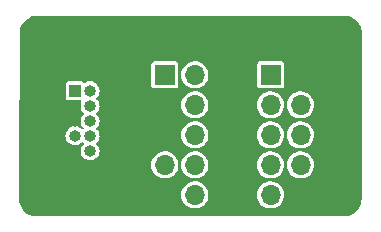
<source format=gbr>
%TF.GenerationSoftware,KiCad,Pcbnew,8.0.3*%
%TF.CreationDate,2024-06-16T20:35:08-04:00*%
%TF.ProjectId,JTAGAdapter,4a544147-4164-4617-9074-65722e6b6963,rev?*%
%TF.SameCoordinates,Original*%
%TF.FileFunction,Copper,L2,Bot*%
%TF.FilePolarity,Positive*%
%FSLAX46Y46*%
G04 Gerber Fmt 4.6, Leading zero omitted, Abs format (unit mm)*
G04 Created by KiCad (PCBNEW 8.0.3) date 2024-06-16 20:35:08*
%MOMM*%
%LPD*%
G01*
G04 APERTURE LIST*
%TA.AperFunction,ComponentPad*%
%ADD10O,1.000000X1.000000*%
%TD*%
%TA.AperFunction,ComponentPad*%
%ADD11R,1.000000X1.000000*%
%TD*%
%TA.AperFunction,ComponentPad*%
%ADD12R,1.700000X1.700000*%
%TD*%
%TA.AperFunction,ComponentPad*%
%ADD13O,1.700000X1.700000*%
%TD*%
G04 APERTURE END LIST*
D10*
%TO.P,J3,10,~{RESET}*%
%TO.N,Net-(J1-~{RESET})*%
X121461000Y-92921000D03*
%TO.P,J3,9,GNDDetect*%
%TO.N,GND*%
X120191000Y-92921000D03*
%TO.P,J3,8,NC/TDI*%
%TO.N,Net-(J1-NC{slash}TDI)*%
X121461000Y-91651000D03*
%TO.P,J3,7,KEY*%
%TO.N,unconnected-(J3-KEY-Pad7)*%
X120191000Y-91651000D03*
%TO.P,J3,6,SWO/TDO*%
%TO.N,Net-(J1-SWO{slash}TDO)*%
X121461000Y-90381000D03*
%TO.P,J3,5,GND*%
%TO.N,GND*%
X120191000Y-90381000D03*
%TO.P,J3,4,SWCLK/TCK*%
%TO.N,Net-(J1-SWCLK{slash}TCK)*%
X121461000Y-89111000D03*
%TO.P,J3,3,GND*%
%TO.N,GND*%
X120191000Y-89111000D03*
%TO.P,J3,2,SWDIO/TMS*%
%TO.N,Net-(J1-SWDIO{slash}TMS)*%
X121461000Y-87841000D03*
D11*
%TO.P,J3,1,VTref*%
%TO.N,+3V3*%
X120191000Y-87841000D03*
%TD*%
D12*
%TO.P,J2,1,TCK*%
%TO.N,Net-(J1-SWCLK{slash}TCK)*%
X136746000Y-86503500D03*
D13*
%TO.P,J2,2,GND*%
%TO.N,GND*%
X139286000Y-86503500D03*
%TO.P,J2,3,TDO*%
%TO.N,Net-(J1-SWO{slash}TDO)*%
X136746000Y-89043500D03*
%TO.P,J2,4,PGM/NC*%
%TO.N,unconnected-(J2-PGM{slash}NC-Pad4)*%
X139286000Y-89043500D03*
%TO.P,J2,5,TMS*%
%TO.N,Net-(J1-SWDIO{slash}TMS)*%
X136746000Y-91583500D03*
%TO.P,J2,6,VJTAG*%
%TO.N,+3V3*%
X139286000Y-91583500D03*
%TO.P,J2,7,VPUMP*%
%TO.N,unconnected-(J2-VPUMP-Pad7)*%
X136746000Y-94123500D03*
%TO.P,J2,8,~{TRST}*%
%TO.N,Net-(J1-~{RESET})*%
X139286000Y-94123500D03*
%TO.P,J2,9,TDI*%
%TO.N,Net-(J1-NC{slash}TDI)*%
X136746000Y-96663500D03*
%TO.P,J2,10,GND*%
%TO.N,GND*%
X139286000Y-96663500D03*
%TD*%
D12*
%TO.P,J1,1,VTref*%
%TO.N,+3V3*%
X127797000Y-86499000D03*
D13*
%TO.P,J1,2,SWDIO/TMS*%
%TO.N,Net-(J1-SWDIO{slash}TMS)*%
X130337000Y-86499000D03*
%TO.P,J1,3,GND*%
%TO.N,GND*%
X127797000Y-89039000D03*
%TO.P,J1,4,SWCLK/TCK*%
%TO.N,Net-(J1-SWCLK{slash}TCK)*%
X130337000Y-89039000D03*
%TO.P,J1,5,GND*%
%TO.N,GND*%
X127797000Y-91579000D03*
%TO.P,J1,6,SWO/TDO*%
%TO.N,Net-(J1-SWO{slash}TDO)*%
X130337000Y-91579000D03*
%TO.P,J1,7,KEY*%
%TO.N,unconnected-(J1-KEY-Pad7)*%
X127797000Y-94119000D03*
%TO.P,J1,8,NC/TDI*%
%TO.N,Net-(J1-NC{slash}TDI)*%
X130337000Y-94119000D03*
%TO.P,J1,9,GNDDetect*%
%TO.N,GND*%
X127797000Y-96659000D03*
%TO.P,J1,10,~{RESET}*%
%TO.N,Net-(J1-~{RESET})*%
X130337000Y-96659000D03*
%TD*%
%TA.AperFunction,Conductor*%
%TO.N,GND*%
G36*
X143002642Y-81500688D02*
G01*
X143208118Y-81515385D01*
X143218567Y-81516887D01*
X143274033Y-81528952D01*
X143417296Y-81560117D01*
X143427406Y-81563085D01*
X143617965Y-81634161D01*
X143627556Y-81638541D01*
X143747496Y-81704033D01*
X143806041Y-81736001D01*
X143814924Y-81741709D01*
X143977727Y-81863582D01*
X143985706Y-81870496D01*
X144129503Y-82014293D01*
X144136417Y-82022272D01*
X144258290Y-82185075D01*
X144263998Y-82193958D01*
X144361456Y-82372439D01*
X144365842Y-82382042D01*
X144436909Y-82572578D01*
X144439884Y-82582710D01*
X144483112Y-82781432D01*
X144484614Y-82791882D01*
X144499300Y-82997214D01*
X144499489Y-83002705D01*
X144459703Y-96920438D01*
X144459500Y-96923492D01*
X144459500Y-96989860D01*
X144459311Y-96995139D01*
X144444614Y-97200617D01*
X144443112Y-97211067D01*
X144399884Y-97409789D01*
X144396909Y-97419919D01*
X144388708Y-97441909D01*
X144325842Y-97610457D01*
X144321456Y-97620060D01*
X144223998Y-97798541D01*
X144218290Y-97807424D01*
X144096417Y-97970227D01*
X144089503Y-97978206D01*
X143945706Y-98122003D01*
X143937727Y-98128917D01*
X143774924Y-98250790D01*
X143766041Y-98256498D01*
X143587560Y-98353956D01*
X143577957Y-98358342D01*
X143387421Y-98429409D01*
X143377289Y-98432384D01*
X143178567Y-98475612D01*
X143168118Y-98477114D01*
X142985297Y-98490190D01*
X142962641Y-98491811D01*
X142957364Y-98492000D01*
X116962636Y-98492000D01*
X116957358Y-98491811D01*
X116932878Y-98490060D01*
X116751881Y-98477114D01*
X116741432Y-98475612D01*
X116542710Y-98432384D01*
X116532584Y-98429410D01*
X116342040Y-98358341D01*
X116332439Y-98353956D01*
X116153958Y-98256498D01*
X116145075Y-98250790D01*
X115982272Y-98128917D01*
X115974293Y-98122003D01*
X115830496Y-97978206D01*
X115823582Y-97970227D01*
X115701709Y-97807424D01*
X115696001Y-97798541D01*
X115598543Y-97620060D01*
X115594161Y-97610465D01*
X115523085Y-97419906D01*
X115520117Y-97409796D01*
X115476887Y-97211067D01*
X115475385Y-97200618D01*
X115471318Y-97143752D01*
X115460697Y-96995261D01*
X115460509Y-96989814D01*
X115461455Y-96658996D01*
X129181571Y-96658996D01*
X129181571Y-96659003D01*
X129201242Y-96871303D01*
X129201243Y-96871309D01*
X129259593Y-97076383D01*
X129259596Y-97076393D01*
X129354632Y-97267252D01*
X129354636Y-97267258D01*
X129399814Y-97327082D01*
X129483128Y-97437407D01*
X129640698Y-97581052D01*
X129821981Y-97693298D01*
X130020802Y-97770321D01*
X130230390Y-97809500D01*
X130443610Y-97809500D01*
X130653198Y-97770321D01*
X130852019Y-97693298D01*
X131033302Y-97581052D01*
X131190872Y-97437407D01*
X131319366Y-97267255D01*
X131414405Y-97076389D01*
X131472756Y-96871310D01*
X131492013Y-96663496D01*
X135590571Y-96663496D01*
X135590571Y-96663503D01*
X135610242Y-96875803D01*
X135610243Y-96875809D01*
X135668593Y-97080883D01*
X135668596Y-97080893D01*
X135763632Y-97271752D01*
X135763634Y-97271755D01*
X135892128Y-97441907D01*
X136049698Y-97585552D01*
X136230981Y-97697798D01*
X136429802Y-97774821D01*
X136639390Y-97814000D01*
X136852610Y-97814000D01*
X137062198Y-97774821D01*
X137261019Y-97697798D01*
X137442302Y-97585552D01*
X137599872Y-97441907D01*
X137728366Y-97271755D01*
X137823405Y-97080889D01*
X137881756Y-96875810D01*
X137901429Y-96663500D01*
X137901429Y-96663496D01*
X137881757Y-96451196D01*
X137881756Y-96451190D01*
X137823406Y-96246116D01*
X137823405Y-96246111D01*
X137821164Y-96241611D01*
X137728367Y-96055247D01*
X137728363Y-96055241D01*
X137724843Y-96050579D01*
X137599872Y-95885093D01*
X137594932Y-95880590D01*
X137558094Y-95847007D01*
X137442302Y-95741448D01*
X137261019Y-95629202D01*
X137062198Y-95552179D01*
X136970150Y-95534972D01*
X136852613Y-95513000D01*
X136852610Y-95513000D01*
X136639390Y-95513000D01*
X136639386Y-95513000D01*
X136482670Y-95542296D01*
X136429802Y-95552179D01*
X136429800Y-95552179D01*
X136429798Y-95552180D01*
X136242602Y-95624700D01*
X136230981Y-95629202D01*
X136230976Y-95629204D01*
X136230976Y-95629205D01*
X136049700Y-95741446D01*
X135892130Y-95885090D01*
X135763636Y-96055241D01*
X135763632Y-96055247D01*
X135668596Y-96246106D01*
X135668593Y-96246116D01*
X135610243Y-96451190D01*
X135610242Y-96451196D01*
X135590571Y-96663496D01*
X131492013Y-96663496D01*
X131492429Y-96659003D01*
X131492429Y-96658996D01*
X131472757Y-96446696D01*
X131472756Y-96446690D01*
X131414405Y-96241611D01*
X131319366Y-96050745D01*
X131190872Y-95880593D01*
X131033302Y-95736948D01*
X130852019Y-95624702D01*
X130653198Y-95547679D01*
X130561150Y-95530472D01*
X130443613Y-95508500D01*
X130443610Y-95508500D01*
X130230390Y-95508500D01*
X130230386Y-95508500D01*
X130073670Y-95537796D01*
X130020802Y-95547679D01*
X130020800Y-95547679D01*
X130020798Y-95547680D01*
X129821986Y-95624700D01*
X129821981Y-95624702D01*
X129821976Y-95624704D01*
X129821976Y-95624705D01*
X129640700Y-95736946D01*
X129483130Y-95880590D01*
X129354636Y-96050741D01*
X129354632Y-96050747D01*
X129259596Y-96241606D01*
X129259593Y-96241616D01*
X129201243Y-96446690D01*
X129201242Y-96446696D01*
X129181571Y-96658996D01*
X115461455Y-96658996D01*
X115468716Y-94118996D01*
X126641571Y-94118996D01*
X126641571Y-94119003D01*
X126661242Y-94331303D01*
X126661243Y-94331309D01*
X126719593Y-94536383D01*
X126719596Y-94536393D01*
X126814632Y-94727252D01*
X126814636Y-94727258D01*
X126859814Y-94787082D01*
X126943128Y-94897407D01*
X127100698Y-95041052D01*
X127281981Y-95153298D01*
X127480802Y-95230321D01*
X127690390Y-95269500D01*
X127903610Y-95269500D01*
X128113198Y-95230321D01*
X128312019Y-95153298D01*
X128493302Y-95041052D01*
X128650872Y-94897407D01*
X128779366Y-94727255D01*
X128874405Y-94536389D01*
X128932756Y-94331310D01*
X128952013Y-94123496D01*
X128952429Y-94119003D01*
X128952429Y-94118996D01*
X129181571Y-94118996D01*
X129181571Y-94119003D01*
X129201242Y-94331303D01*
X129201243Y-94331309D01*
X129259593Y-94536383D01*
X129259596Y-94536393D01*
X129354632Y-94727252D01*
X129354636Y-94727258D01*
X129399814Y-94787082D01*
X129483128Y-94897407D01*
X129640698Y-95041052D01*
X129821981Y-95153298D01*
X130020802Y-95230321D01*
X130230390Y-95269500D01*
X130443610Y-95269500D01*
X130653198Y-95230321D01*
X130852019Y-95153298D01*
X131033302Y-95041052D01*
X131190872Y-94897407D01*
X131319366Y-94727255D01*
X131414405Y-94536389D01*
X131472756Y-94331310D01*
X131492013Y-94123496D01*
X135590571Y-94123496D01*
X135590571Y-94123503D01*
X135610242Y-94335803D01*
X135610243Y-94335809D01*
X135668593Y-94540883D01*
X135668596Y-94540893D01*
X135763632Y-94731752D01*
X135763634Y-94731755D01*
X135892128Y-94901907D01*
X136049698Y-95045552D01*
X136230981Y-95157798D01*
X136429802Y-95234821D01*
X136639390Y-95274000D01*
X136852610Y-95274000D01*
X137062198Y-95234821D01*
X137261019Y-95157798D01*
X137442302Y-95045552D01*
X137599872Y-94901907D01*
X137728366Y-94731755D01*
X137823405Y-94540889D01*
X137881756Y-94335810D01*
X137901429Y-94123500D01*
X137901429Y-94123496D01*
X138130571Y-94123496D01*
X138130571Y-94123503D01*
X138150242Y-94335803D01*
X138150243Y-94335809D01*
X138208593Y-94540883D01*
X138208596Y-94540893D01*
X138303632Y-94731752D01*
X138303634Y-94731755D01*
X138432128Y-94901907D01*
X138589698Y-95045552D01*
X138770981Y-95157798D01*
X138969802Y-95234821D01*
X139179390Y-95274000D01*
X139392610Y-95274000D01*
X139602198Y-95234821D01*
X139801019Y-95157798D01*
X139982302Y-95045552D01*
X140139872Y-94901907D01*
X140268366Y-94731755D01*
X140363405Y-94540889D01*
X140421756Y-94335810D01*
X140441429Y-94123500D01*
X140441429Y-94123496D01*
X140421757Y-93911196D01*
X140421756Y-93911190D01*
X140420476Y-93906690D01*
X140363405Y-93706111D01*
X140361164Y-93701611D01*
X140268367Y-93515247D01*
X140268363Y-93515241D01*
X140198903Y-93423262D01*
X140139872Y-93345093D01*
X140134932Y-93340590D01*
X140058070Y-93270520D01*
X139982302Y-93201448D01*
X139801019Y-93089202D01*
X139602198Y-93012179D01*
X139510150Y-92994972D01*
X139392613Y-92973000D01*
X139392610Y-92973000D01*
X139179390Y-92973000D01*
X139179386Y-92973000D01*
X139022670Y-93002296D01*
X138969802Y-93012179D01*
X138969800Y-93012179D01*
X138969798Y-93012180D01*
X138782602Y-93084700D01*
X138770981Y-93089202D01*
X138770976Y-93089204D01*
X138770976Y-93089205D01*
X138589700Y-93201446D01*
X138432130Y-93345090D01*
X138303636Y-93515241D01*
X138303632Y-93515247D01*
X138208596Y-93706106D01*
X138208593Y-93706116D01*
X138150243Y-93911190D01*
X138150242Y-93911196D01*
X138130571Y-94123496D01*
X137901429Y-94123496D01*
X137881757Y-93911196D01*
X137881756Y-93911190D01*
X137880476Y-93906690D01*
X137823405Y-93706111D01*
X137821164Y-93701611D01*
X137728367Y-93515247D01*
X137728363Y-93515241D01*
X137658903Y-93423262D01*
X137599872Y-93345093D01*
X137594932Y-93340590D01*
X137518070Y-93270520D01*
X137442302Y-93201448D01*
X137261019Y-93089202D01*
X137062198Y-93012179D01*
X136970150Y-92994972D01*
X136852613Y-92973000D01*
X136852610Y-92973000D01*
X136639390Y-92973000D01*
X136639386Y-92973000D01*
X136482670Y-93002296D01*
X136429802Y-93012179D01*
X136429800Y-93012179D01*
X136429798Y-93012180D01*
X136242602Y-93084700D01*
X136230981Y-93089202D01*
X136230976Y-93089204D01*
X136230976Y-93089205D01*
X136049700Y-93201446D01*
X135892130Y-93345090D01*
X135763636Y-93515241D01*
X135763632Y-93515247D01*
X135668596Y-93706106D01*
X135668593Y-93706116D01*
X135610243Y-93911190D01*
X135610242Y-93911196D01*
X135590571Y-94123496D01*
X131492013Y-94123496D01*
X131492429Y-94119003D01*
X131492429Y-94118996D01*
X131472757Y-93906696D01*
X131472756Y-93906690D01*
X131421505Y-93726565D01*
X131414405Y-93701611D01*
X131387107Y-93646789D01*
X131319367Y-93510747D01*
X131319363Y-93510741D01*
X131253301Y-93423262D01*
X131190872Y-93340593D01*
X131033302Y-93196948D01*
X130852019Y-93084702D01*
X130653198Y-93007679D01*
X130561150Y-92990472D01*
X130443613Y-92968500D01*
X130443610Y-92968500D01*
X130230390Y-92968500D01*
X130230386Y-92968500D01*
X130073670Y-92997796D01*
X130020802Y-93007679D01*
X130020800Y-93007679D01*
X130020798Y-93007680D01*
X129821986Y-93084700D01*
X129821981Y-93084702D01*
X129821976Y-93084704D01*
X129821976Y-93084705D01*
X129640700Y-93196946D01*
X129483130Y-93340590D01*
X129354636Y-93510741D01*
X129354632Y-93510747D01*
X129259596Y-93701606D01*
X129259593Y-93701616D01*
X129201243Y-93906690D01*
X129201242Y-93906696D01*
X129181571Y-94118996D01*
X128952429Y-94118996D01*
X128932757Y-93906696D01*
X128932756Y-93906690D01*
X128881505Y-93726565D01*
X128874405Y-93701611D01*
X128847107Y-93646789D01*
X128779367Y-93510747D01*
X128779363Y-93510741D01*
X128713301Y-93423262D01*
X128650872Y-93340593D01*
X128493302Y-93196948D01*
X128312019Y-93084702D01*
X128113198Y-93007679D01*
X128021150Y-92990472D01*
X127903613Y-92968500D01*
X127903610Y-92968500D01*
X127690390Y-92968500D01*
X127690386Y-92968500D01*
X127533670Y-92997796D01*
X127480802Y-93007679D01*
X127480800Y-93007679D01*
X127480798Y-93007680D01*
X127281986Y-93084700D01*
X127281981Y-93084702D01*
X127281976Y-93084704D01*
X127281976Y-93084705D01*
X127100700Y-93196946D01*
X126943130Y-93340590D01*
X126814636Y-93510741D01*
X126814632Y-93510747D01*
X126719596Y-93701606D01*
X126719593Y-93701616D01*
X126661243Y-93906690D01*
X126661242Y-93906696D01*
X126641571Y-94118996D01*
X115468716Y-94118996D01*
X115475771Y-91651000D01*
X119385435Y-91651000D01*
X119405632Y-91830254D01*
X119405634Y-91830263D01*
X119465209Y-92000520D01*
X119536547Y-92114054D01*
X119561184Y-92153262D01*
X119688738Y-92280816D01*
X119705239Y-92291184D01*
X119841479Y-92376790D01*
X120011736Y-92436365D01*
X120011745Y-92436368D01*
X120191000Y-92456565D01*
X120370255Y-92436368D01*
X120438481Y-92412494D01*
X120540520Y-92376790D01*
X120564203Y-92361909D01*
X120693262Y-92280816D01*
X120773676Y-92200401D01*
X120825999Y-92178729D01*
X120878325Y-92200403D01*
X120911596Y-92233674D01*
X120933270Y-92286000D01*
X120911596Y-92338326D01*
X120831183Y-92418739D01*
X120735209Y-92571479D01*
X120675634Y-92741736D01*
X120675632Y-92741745D01*
X120655435Y-92921000D01*
X120674386Y-93089200D01*
X120675632Y-93100254D01*
X120675634Y-93100263D01*
X120735209Y-93270520D01*
X120782065Y-93345090D01*
X120831184Y-93423262D01*
X120958738Y-93550816D01*
X121054712Y-93611120D01*
X121111479Y-93646790D01*
X121281736Y-93706365D01*
X121281745Y-93706368D01*
X121461000Y-93726565D01*
X121640255Y-93706368D01*
X121708481Y-93682494D01*
X121810520Y-93646790D01*
X121810522Y-93646789D01*
X121963262Y-93550816D01*
X122090816Y-93423262D01*
X122186789Y-93270522D01*
X122246368Y-93100255D01*
X122266565Y-92921000D01*
X122246368Y-92741745D01*
X122228374Y-92690321D01*
X122186790Y-92571479D01*
X122151120Y-92514712D01*
X122090816Y-92418738D01*
X122010402Y-92338324D01*
X121988729Y-92286000D01*
X122010402Y-92233675D01*
X122090816Y-92153262D01*
X122186789Y-92000522D01*
X122188238Y-91996383D01*
X122246365Y-91830263D01*
X122246368Y-91830255D01*
X122266565Y-91651000D01*
X122258452Y-91578996D01*
X129181571Y-91578996D01*
X129181571Y-91579003D01*
X129201242Y-91791303D01*
X129201243Y-91791309D01*
X129259593Y-91996383D01*
X129259596Y-91996393D01*
X129354632Y-92187252D01*
X129354636Y-92187258D01*
X129364563Y-92200403D01*
X129483128Y-92357407D01*
X129640698Y-92501052D01*
X129821981Y-92613298D01*
X130020802Y-92690321D01*
X130230390Y-92729500D01*
X130443610Y-92729500D01*
X130653198Y-92690321D01*
X130852019Y-92613298D01*
X131033302Y-92501052D01*
X131190872Y-92357407D01*
X131319366Y-92187255D01*
X131414405Y-91996389D01*
X131472756Y-91791310D01*
X131485758Y-91651000D01*
X131492013Y-91583496D01*
X135590571Y-91583496D01*
X135590571Y-91583503D01*
X135610242Y-91795803D01*
X135610243Y-91795809D01*
X135668593Y-92000883D01*
X135668596Y-92000893D01*
X135763632Y-92191752D01*
X135763636Y-92191758D01*
X135795290Y-92233674D01*
X135892128Y-92361907D01*
X136049698Y-92505552D01*
X136230981Y-92617798D01*
X136429802Y-92694821D01*
X136639390Y-92734000D01*
X136852610Y-92734000D01*
X137062198Y-92694821D01*
X137261019Y-92617798D01*
X137442302Y-92505552D01*
X137599872Y-92361907D01*
X137728366Y-92191755D01*
X137823405Y-92000889D01*
X137881756Y-91795810D01*
X137895175Y-91651000D01*
X137901429Y-91583503D01*
X137901429Y-91583496D01*
X138130571Y-91583496D01*
X138130571Y-91583503D01*
X138150242Y-91795803D01*
X138150243Y-91795809D01*
X138208593Y-92000883D01*
X138208596Y-92000893D01*
X138303632Y-92191752D01*
X138303636Y-92191758D01*
X138335290Y-92233674D01*
X138432128Y-92361907D01*
X138589698Y-92505552D01*
X138770981Y-92617798D01*
X138969802Y-92694821D01*
X139179390Y-92734000D01*
X139392610Y-92734000D01*
X139602198Y-92694821D01*
X139801019Y-92617798D01*
X139982302Y-92505552D01*
X140139872Y-92361907D01*
X140268366Y-92191755D01*
X140363405Y-92000889D01*
X140421756Y-91795810D01*
X140435175Y-91651000D01*
X140441429Y-91583503D01*
X140441429Y-91583496D01*
X140421757Y-91371196D01*
X140421756Y-91371190D01*
X140363406Y-91166116D01*
X140363405Y-91166111D01*
X140361164Y-91161611D01*
X140268367Y-90975247D01*
X140268363Y-90975241D01*
X140198903Y-90883262D01*
X140139872Y-90805093D01*
X140134932Y-90800590D01*
X140058070Y-90730520D01*
X139982302Y-90661448D01*
X139801019Y-90549202D01*
X139602198Y-90472179D01*
X139510150Y-90454972D01*
X139392613Y-90433000D01*
X139392610Y-90433000D01*
X139179390Y-90433000D01*
X139179386Y-90433000D01*
X139022670Y-90462296D01*
X138969802Y-90472179D01*
X138969800Y-90472179D01*
X138969798Y-90472180D01*
X138782602Y-90544700D01*
X138770981Y-90549202D01*
X138770976Y-90549204D01*
X138770976Y-90549205D01*
X138589700Y-90661446D01*
X138432130Y-90805090D01*
X138303636Y-90975241D01*
X138303632Y-90975247D01*
X138208596Y-91166106D01*
X138208593Y-91166116D01*
X138150243Y-91371190D01*
X138150242Y-91371196D01*
X138130571Y-91583496D01*
X137901429Y-91583496D01*
X137881757Y-91371196D01*
X137881756Y-91371190D01*
X137823406Y-91166116D01*
X137823405Y-91166111D01*
X137821164Y-91161611D01*
X137728367Y-90975247D01*
X137728363Y-90975241D01*
X137658903Y-90883262D01*
X137599872Y-90805093D01*
X137594932Y-90800590D01*
X137518070Y-90730520D01*
X137442302Y-90661448D01*
X137261019Y-90549202D01*
X137062198Y-90472179D01*
X136970150Y-90454972D01*
X136852613Y-90433000D01*
X136852610Y-90433000D01*
X136639390Y-90433000D01*
X136639386Y-90433000D01*
X136482670Y-90462296D01*
X136429802Y-90472179D01*
X136429800Y-90472179D01*
X136429798Y-90472180D01*
X136242602Y-90544700D01*
X136230981Y-90549202D01*
X136230976Y-90549204D01*
X136230976Y-90549205D01*
X136049700Y-90661446D01*
X135892130Y-90805090D01*
X135763636Y-90975241D01*
X135763632Y-90975247D01*
X135668596Y-91166106D01*
X135668593Y-91166116D01*
X135610243Y-91371190D01*
X135610242Y-91371196D01*
X135590571Y-91583496D01*
X131492013Y-91583496D01*
X131492429Y-91579003D01*
X131492429Y-91578996D01*
X131472757Y-91366696D01*
X131472756Y-91366690D01*
X131414405Y-91161611D01*
X131412103Y-91156988D01*
X131319367Y-90970747D01*
X131319363Y-90970741D01*
X131253301Y-90883262D01*
X131190872Y-90800593D01*
X131033302Y-90656948D01*
X130852019Y-90544702D01*
X130653198Y-90467679D01*
X130561150Y-90450472D01*
X130443613Y-90428500D01*
X130443610Y-90428500D01*
X130230390Y-90428500D01*
X130230386Y-90428500D01*
X130073670Y-90457796D01*
X130020802Y-90467679D01*
X130020800Y-90467679D01*
X130020798Y-90467680D01*
X129821986Y-90544700D01*
X129821981Y-90544702D01*
X129821976Y-90544704D01*
X129821976Y-90544705D01*
X129640700Y-90656946D01*
X129483130Y-90800590D01*
X129354636Y-90970741D01*
X129354632Y-90970747D01*
X129259596Y-91161606D01*
X129259593Y-91161616D01*
X129201243Y-91366690D01*
X129201242Y-91366696D01*
X129181571Y-91578996D01*
X122258452Y-91578996D01*
X122246368Y-91471745D01*
X122246365Y-91471736D01*
X122186790Y-91301479D01*
X122101729Y-91166106D01*
X122090816Y-91148738D01*
X122010402Y-91068324D01*
X121988729Y-91016000D01*
X122010402Y-90963675D01*
X122090816Y-90883262D01*
X122186789Y-90730522D01*
X122246368Y-90560255D01*
X122266565Y-90381000D01*
X122246368Y-90201745D01*
X122228374Y-90150321D01*
X122186790Y-90031479D01*
X122151120Y-89974712D01*
X122090816Y-89878738D01*
X122010402Y-89798324D01*
X121988729Y-89746000D01*
X122010402Y-89693675D01*
X122090816Y-89613262D01*
X122186789Y-89460522D01*
X122188238Y-89456383D01*
X122246365Y-89290263D01*
X122246368Y-89290255D01*
X122266565Y-89111000D01*
X122258452Y-89038996D01*
X129181571Y-89038996D01*
X129181571Y-89039003D01*
X129201242Y-89251303D01*
X129201243Y-89251309D01*
X129259593Y-89456383D01*
X129259596Y-89456393D01*
X129354632Y-89647252D01*
X129354636Y-89647258D01*
X129389688Y-89693674D01*
X129483128Y-89817407D01*
X129640698Y-89961052D01*
X129821981Y-90073298D01*
X130020802Y-90150321D01*
X130230390Y-90189500D01*
X130443610Y-90189500D01*
X130653198Y-90150321D01*
X130852019Y-90073298D01*
X131033302Y-89961052D01*
X131190872Y-89817407D01*
X131319366Y-89647255D01*
X131414405Y-89456389D01*
X131472756Y-89251310D01*
X131485758Y-89111000D01*
X131492013Y-89043496D01*
X135590571Y-89043496D01*
X135590571Y-89043503D01*
X135610242Y-89255803D01*
X135610243Y-89255809D01*
X135668593Y-89460883D01*
X135668596Y-89460893D01*
X135763632Y-89651752D01*
X135763634Y-89651755D01*
X135892128Y-89821907D01*
X136049698Y-89965552D01*
X136230981Y-90077798D01*
X136429802Y-90154821D01*
X136639390Y-90194000D01*
X136852610Y-90194000D01*
X137062198Y-90154821D01*
X137261019Y-90077798D01*
X137442302Y-89965552D01*
X137599872Y-89821907D01*
X137728366Y-89651755D01*
X137823405Y-89460889D01*
X137881756Y-89255810D01*
X137895175Y-89111000D01*
X137901429Y-89043503D01*
X137901429Y-89043496D01*
X138130571Y-89043496D01*
X138130571Y-89043503D01*
X138150242Y-89255803D01*
X138150243Y-89255809D01*
X138208593Y-89460883D01*
X138208596Y-89460893D01*
X138303632Y-89651752D01*
X138303634Y-89651755D01*
X138432128Y-89821907D01*
X138589698Y-89965552D01*
X138770981Y-90077798D01*
X138969802Y-90154821D01*
X139179390Y-90194000D01*
X139392610Y-90194000D01*
X139602198Y-90154821D01*
X139801019Y-90077798D01*
X139982302Y-89965552D01*
X140139872Y-89821907D01*
X140268366Y-89651755D01*
X140363405Y-89460889D01*
X140421756Y-89255810D01*
X140435175Y-89111000D01*
X140441429Y-89043503D01*
X140441429Y-89043496D01*
X140421757Y-88831196D01*
X140421756Y-88831190D01*
X140400040Y-88754868D01*
X140363405Y-88626111D01*
X140361164Y-88621611D01*
X140268367Y-88435247D01*
X140268363Y-88435241D01*
X140198903Y-88343262D01*
X140139872Y-88265093D01*
X140134932Y-88260590D01*
X140058070Y-88190520D01*
X139982302Y-88121448D01*
X139801019Y-88009202D01*
X139602198Y-87932179D01*
X139510150Y-87914972D01*
X139392613Y-87893000D01*
X139392610Y-87893000D01*
X139179390Y-87893000D01*
X139179386Y-87893000D01*
X139022670Y-87922296D01*
X138969802Y-87932179D01*
X138969800Y-87932179D01*
X138969798Y-87932180D01*
X138782602Y-88004700D01*
X138770981Y-88009202D01*
X138770976Y-88009204D01*
X138770976Y-88009205D01*
X138589700Y-88121446D01*
X138432130Y-88265090D01*
X138303636Y-88435241D01*
X138303632Y-88435247D01*
X138208596Y-88626106D01*
X138208593Y-88626116D01*
X138150243Y-88831190D01*
X138150242Y-88831196D01*
X138130571Y-89043496D01*
X137901429Y-89043496D01*
X137881757Y-88831196D01*
X137881756Y-88831190D01*
X137860040Y-88754868D01*
X137823405Y-88626111D01*
X137821164Y-88621611D01*
X137728367Y-88435247D01*
X137728363Y-88435241D01*
X137658903Y-88343262D01*
X137599872Y-88265093D01*
X137594932Y-88260590D01*
X137518070Y-88190520D01*
X137442302Y-88121448D01*
X137261019Y-88009202D01*
X137062198Y-87932179D01*
X136970150Y-87914972D01*
X136852613Y-87893000D01*
X136852610Y-87893000D01*
X136639390Y-87893000D01*
X136639386Y-87893000D01*
X136482670Y-87922296D01*
X136429802Y-87932179D01*
X136429800Y-87932179D01*
X136429798Y-87932180D01*
X136242602Y-88004700D01*
X136230981Y-88009202D01*
X136230976Y-88009204D01*
X136230976Y-88009205D01*
X136049700Y-88121446D01*
X135892130Y-88265090D01*
X135763636Y-88435241D01*
X135763632Y-88435247D01*
X135668596Y-88626106D01*
X135668593Y-88626116D01*
X135610243Y-88831190D01*
X135610242Y-88831196D01*
X135590571Y-89043496D01*
X131492013Y-89043496D01*
X131492429Y-89039003D01*
X131492429Y-89038996D01*
X131472757Y-88826696D01*
X131472756Y-88826690D01*
X131414405Y-88621611D01*
X131407995Y-88608738D01*
X131319367Y-88430747D01*
X131319363Y-88430741D01*
X131304448Y-88410991D01*
X131190872Y-88260593D01*
X131033302Y-88116948D01*
X130852019Y-88004702D01*
X130653198Y-87927679D01*
X130561150Y-87910472D01*
X130443613Y-87888500D01*
X130443610Y-87888500D01*
X130230390Y-87888500D01*
X130230386Y-87888500D01*
X130073670Y-87917796D01*
X130020802Y-87927679D01*
X130020800Y-87927679D01*
X130020798Y-87927680D01*
X129821986Y-88004700D01*
X129821981Y-88004702D01*
X129821976Y-88004704D01*
X129821976Y-88004705D01*
X129640700Y-88116946D01*
X129483130Y-88260590D01*
X129354636Y-88430741D01*
X129354632Y-88430747D01*
X129259596Y-88621606D01*
X129259593Y-88621616D01*
X129201243Y-88826690D01*
X129201242Y-88826696D01*
X129181571Y-89038996D01*
X122258452Y-89038996D01*
X122246368Y-88931745D01*
X122246365Y-88931736D01*
X122186790Y-88761479D01*
X122125020Y-88663173D01*
X122090816Y-88608738D01*
X122010402Y-88528324D01*
X121988729Y-88476000D01*
X122010402Y-88423675D01*
X122090816Y-88343262D01*
X122186789Y-88190522D01*
X122246368Y-88020255D01*
X122266565Y-87841000D01*
X122246368Y-87661745D01*
X122228374Y-87610321D01*
X122186790Y-87491479D01*
X122151120Y-87434712D01*
X122090816Y-87338738D01*
X121963262Y-87211184D01*
X121880013Y-87158875D01*
X121810520Y-87115209D01*
X121640263Y-87055634D01*
X121640256Y-87055632D01*
X121640255Y-87055632D01*
X121461000Y-87035435D01*
X121281745Y-87055632D01*
X121281736Y-87055634D01*
X121111480Y-87115209D01*
X121111478Y-87115210D01*
X121025542Y-87169207D01*
X120969705Y-87178693D01*
X120933846Y-87158875D01*
X120863765Y-87088794D01*
X120788664Y-87055634D01*
X120760991Y-87043415D01*
X120760990Y-87043414D01*
X120760988Y-87043414D01*
X120739659Y-87040940D01*
X120735865Y-87040500D01*
X120735864Y-87040500D01*
X119646136Y-87040500D01*
X119621013Y-87043414D01*
X119621007Y-87043415D01*
X119518234Y-87088794D01*
X119438794Y-87168234D01*
X119393414Y-87271011D01*
X119390500Y-87296135D01*
X119390500Y-88385863D01*
X119393414Y-88410986D01*
X119393415Y-88410992D01*
X119422119Y-88476000D01*
X119438794Y-88513765D01*
X119518235Y-88593206D01*
X119621009Y-88638585D01*
X119646135Y-88641500D01*
X120676705Y-88641499D01*
X120729031Y-88663173D01*
X120750705Y-88715499D01*
X120739363Y-88754868D01*
X120735211Y-88761474D01*
X120735211Y-88761475D01*
X120675634Y-88931736D01*
X120675632Y-88931745D01*
X120655435Y-89111000D01*
X120675632Y-89290254D01*
X120675634Y-89290263D01*
X120735209Y-89460520D01*
X120806547Y-89574054D01*
X120831184Y-89613262D01*
X120911596Y-89693674D01*
X120933270Y-89746000D01*
X120911596Y-89798326D01*
X120831183Y-89878739D01*
X120735209Y-90031479D01*
X120675634Y-90201736D01*
X120675632Y-90201745D01*
X120655435Y-90381000D01*
X120674386Y-90549200D01*
X120675632Y-90560254D01*
X120675634Y-90560263D01*
X120735209Y-90730520D01*
X120782065Y-90805090D01*
X120831184Y-90883262D01*
X120911596Y-90963674D01*
X120933270Y-91015999D01*
X120911596Y-91068325D01*
X120878325Y-91101596D01*
X120825999Y-91123270D01*
X120773674Y-91101596D01*
X120693262Y-91021184D01*
X120620151Y-90975245D01*
X120540520Y-90925209D01*
X120370263Y-90865634D01*
X120370256Y-90865632D01*
X120370255Y-90865632D01*
X120191000Y-90845435D01*
X120011745Y-90865632D01*
X120011736Y-90865634D01*
X119841479Y-90925209D01*
X119688739Y-91021183D01*
X119561183Y-91148739D01*
X119465209Y-91301479D01*
X119405634Y-91471736D01*
X119405632Y-91471745D01*
X119385435Y-91651000D01*
X115475771Y-91651000D01*
X115493057Y-85604135D01*
X126646500Y-85604135D01*
X126646500Y-87393863D01*
X126649414Y-87418986D01*
X126649415Y-87418992D01*
X126651402Y-87423491D01*
X126694794Y-87521765D01*
X126774235Y-87601206D01*
X126877009Y-87646585D01*
X126902135Y-87649500D01*
X128691864Y-87649499D01*
X128716991Y-87646585D01*
X128819765Y-87601206D01*
X128899206Y-87521765D01*
X128944585Y-87418991D01*
X128947500Y-87393865D01*
X128947499Y-86498996D01*
X129181571Y-86498996D01*
X129181571Y-86499003D01*
X129201242Y-86711303D01*
X129201243Y-86711309D01*
X129259593Y-86916383D01*
X129259596Y-86916393D01*
X129354632Y-87107252D01*
X129354636Y-87107258D01*
X129360641Y-87115210D01*
X129483128Y-87277407D01*
X129640698Y-87421052D01*
X129821981Y-87533298D01*
X130020802Y-87610321D01*
X130230390Y-87649500D01*
X130443610Y-87649500D01*
X130653198Y-87610321D01*
X130852019Y-87533298D01*
X131033302Y-87421052D01*
X131190872Y-87277407D01*
X131319366Y-87107255D01*
X131414405Y-86916389D01*
X131472756Y-86711310D01*
X131492429Y-86499000D01*
X131472756Y-86286690D01*
X131414405Y-86081611D01*
X131319366Y-85890745D01*
X131190872Y-85720593D01*
X131068061Y-85608635D01*
X135595500Y-85608635D01*
X135595500Y-87398363D01*
X135598414Y-87423486D01*
X135598415Y-87423492D01*
X135641807Y-87521765D01*
X135643794Y-87526265D01*
X135723235Y-87605706D01*
X135826009Y-87651085D01*
X135851135Y-87654000D01*
X137640864Y-87653999D01*
X137665991Y-87651085D01*
X137768765Y-87605706D01*
X137848206Y-87526265D01*
X137893585Y-87423491D01*
X137896500Y-87398365D01*
X137896499Y-85608636D01*
X137893585Y-85583509D01*
X137848206Y-85480735D01*
X137768765Y-85401294D01*
X137665991Y-85355915D01*
X137665990Y-85355914D01*
X137665988Y-85355914D01*
X137644659Y-85353440D01*
X137640865Y-85353000D01*
X137640864Y-85353000D01*
X135851136Y-85353000D01*
X135826013Y-85355914D01*
X135826007Y-85355915D01*
X135723234Y-85401294D01*
X135643794Y-85480734D01*
X135598414Y-85583511D01*
X135595500Y-85608635D01*
X131068061Y-85608635D01*
X131033302Y-85576948D01*
X130852019Y-85464702D01*
X130653198Y-85387679D01*
X130561150Y-85370472D01*
X130443613Y-85348500D01*
X130443610Y-85348500D01*
X130230390Y-85348500D01*
X130230386Y-85348500D01*
X130073670Y-85377796D01*
X130020802Y-85387679D01*
X130020800Y-85387679D01*
X130020798Y-85387680D01*
X129821986Y-85464700D01*
X129821981Y-85464702D01*
X129821976Y-85464704D01*
X129821976Y-85464705D01*
X129640700Y-85576946D01*
X129483130Y-85720590D01*
X129354636Y-85890741D01*
X129354632Y-85890747D01*
X129259596Y-86081606D01*
X129259593Y-86081616D01*
X129201243Y-86286690D01*
X129201242Y-86286696D01*
X129181571Y-86498996D01*
X128947499Y-86498996D01*
X128947499Y-85604136D01*
X128944585Y-85579009D01*
X128899206Y-85476235D01*
X128819765Y-85396794D01*
X128716991Y-85351415D01*
X128716990Y-85351414D01*
X128716988Y-85351414D01*
X128695659Y-85348940D01*
X128691865Y-85348500D01*
X128691864Y-85348500D01*
X126902136Y-85348500D01*
X126877013Y-85351414D01*
X126877007Y-85351415D01*
X126774234Y-85396794D01*
X126694794Y-85476234D01*
X126649414Y-85579011D01*
X126646500Y-85604135D01*
X115493057Y-85604135D01*
X115500295Y-83072085D01*
X115500500Y-83069042D01*
X115500500Y-83002624D01*
X115500689Y-82997345D01*
X115515385Y-82791882D01*
X115516887Y-82781432D01*
X115516994Y-82780937D01*
X115560118Y-82582699D01*
X115563084Y-82572596D01*
X115634163Y-82382028D01*
X115638538Y-82372449D01*
X115736004Y-82193953D01*
X115741705Y-82185080D01*
X115863589Y-82022263D01*
X115870489Y-82014300D01*
X116014300Y-81870489D01*
X116022263Y-81863589D01*
X116185080Y-81741705D01*
X116193953Y-81736004D01*
X116372449Y-81638538D01*
X116382028Y-81634163D01*
X116572596Y-81563084D01*
X116582699Y-81560118D01*
X116781432Y-81516887D01*
X116791879Y-81515385D01*
X116997357Y-81500688D01*
X117002636Y-81500500D01*
X117065892Y-81500500D01*
X142934108Y-81500500D01*
X142997364Y-81500500D01*
X143002642Y-81500688D01*
G37*
%TD.AperFunction*%
%TD*%
M02*

</source>
